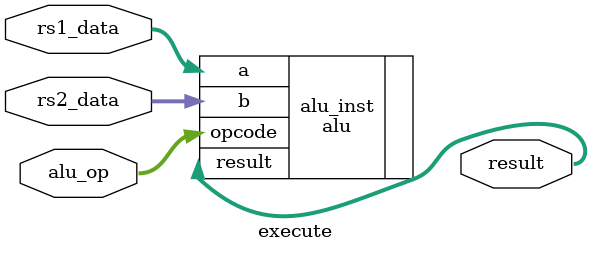
<source format=v>

module execute (
    input [31:0] rs1_data, rs2_data,
    input [2:0]  alu_op,

    output [31:0] result
);

    // Instantiate alu.v
    alu alu_inst (
        .a(rs1_data),
        .b(rs2_data),
        .opcode(alu_op),
        .result(result)
    );

endmodule

</source>
